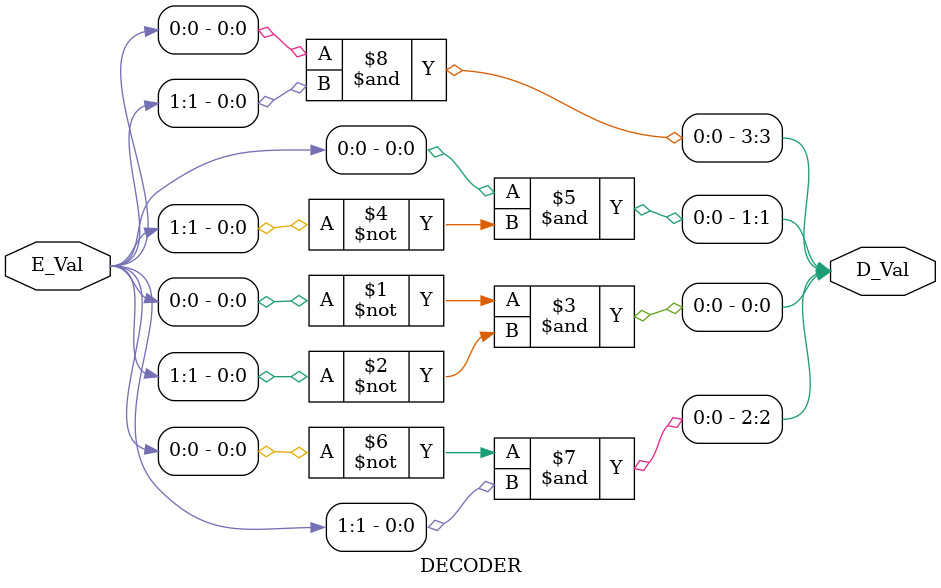
<source format=v>
/**
 * 2 x 1 Decoder module
 */
module DECODER (output [3:0] D_Val, input [1:0] E_Val);
    assign D_Val[0] = ~E_Val[0] & ~E_Val[1];
    assign D_Val[1] =  E_Val[0] & ~E_Val[1];
    assign D_Val[2] = ~E_Val[0] &  E_Val[1];
    assign D_Val[3] =  E_Val[0] &  E_Val[1];
endmodule // DECODER

</source>
